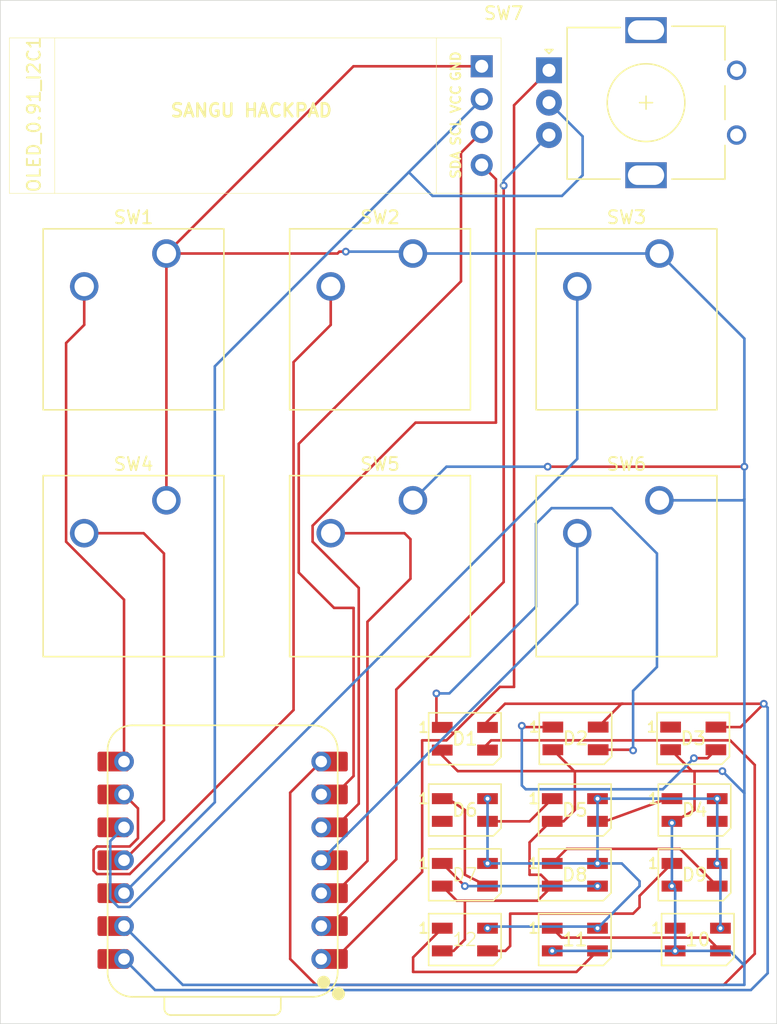
<source format=kicad_pcb>
(kicad_pcb (version 20241229) (generator "pcbnew") (generator_version "9.0")
  (layers (0 "F.Cu" signal) (2 "B.Cu" signal) (13 "F.Paste" user) (15 "B.Paste" user) (5 "F.SilkS" user "F.Silkscreen") (7 "B.SilkS" user "B.Silkscreen") (1 "F.Mask" user) (3 "B.Mask" user) (25 "Edge.Cuts" user))
  (net 0 "")
  (net 1 "Net-(D1-DOUT)")
  (net 2 "GND")
  (net 3 "Net-(D1-DIN)")
  (net 4 "+5V")
  (net 5 "Net-(D2-DOUT)")
  (net 6 "Net-(D3-DOUT)")
  (net 7 "+3.3V")
  (net 8 "Net-(OLED_0.91_I2C1-SDA)")
  (net 9 "Net-(OLED_0.91_I2C1-SCL)")
  (net 10 "Net-(U1-GPIO1{slash}RX)")
  (net 11 "Net-(U1-GPIO2{slash}SCK)")
  (net 12 "Net-(U1-GPIO4{slash}MISO)")
  (net 13 "Net-(U1-GPIO3{slash}MOSI)")
  (net 14 "Net-(U1-GPIO28{slash}ADC2{slash}A2)")
  (net 15 "Net-(U1-GPIO29{slash}ADC3{slash}A3)")
  (net 16 "Net-(U1-GPIO27{slash}ADC1{slash}A1)")
  (net 17 "Net-(U1-GPIO26{slash}ADC0{slash}A0)")
  (net 18 "Net-(D4-DOUT)")
  (net 19 "Net-(D5-DOUT)")
  (net 20 "Net-(D6-DOUT)")
  (net 21 "Net-(D7-DOUT)")
  (net 22 "Net-(D8-DOUT)")
  (net 23 "Net-(D12-DIN)")
  (net 24 "Net-(D10-DIN)")
  (net 26 "Net-(D11-DIN)")
  (footprint "LED_SMD:LED_SK6812MINI_PLCC4_3.5x3.5mm_P1.75mm" (layer "F.Cu") (at 136.5 95.5)
    (property "Reference" "11" (at 0 0 0) (layer "F.SilkS"))
    (property "Value" "SK6812MINI" (hide yes))
    (fp_line (start -2.8 -2) (end -2.8 2) (stroke (width 0.12)) (layer "F.SilkS"))
    (fp_line (start -2.8 -2) (end 2.8 -2) (stroke (width 0.12)) (layer "F.SilkS"))
    (fp_line (start -2.8 2) (end 2.2 2) (stroke (width 0.12)) (layer "F.SilkS"))
    (fp_line (start 2.8 1.4) (end 2.2 2) (stroke (width 0.12)) (layer "F.SilkS"))
    (fp_line (start 2.8 1.4) (end 2.8 -2) (stroke (width 0.12)) (layer "F.SilkS"))
    (fp_text user "1" (at -3.2 -0.875 0) (layer "F.SilkS") (effects (font (size 0.8 0.8))))
    (pad "1" smd rect (at -1.75 -0.875) (size 1.6 0.85) (layers "F.Cu" "F.Mask" "F.Paste") (net 24 "Net-(D10-DIN)"))
    (pad "2" smd rect (at -1.75 0.875) (size 1.6 0.85) (layers "F.Cu" "F.Mask" "F.Paste") (net 2 "GND"))
    (pad "3" smd rect (at 1.75 0.875) (size 1.6 0.85) (layers "F.Cu" "F.Mask" "F.Paste") (net 26 "Net-(D11-DIN)"))
    (pad "4" smd rect (at 1.75 -0.875) (size 1.6 0.85) (layers "F.Cu" "F.Mask" "F.Paste") (net 4 "+5V"))
  )
  (footprint "LED_SMD:LED_SK6812MINI_PLCC4_3.5x3.5mm_P1.75mm" (layer "F.Cu") (at 136.5 90.5)
    (property "Reference" "D8" (at 0 0 0) (layer "F.SilkS"))
    (property "Value" "SK6812MINI" (hide yes))
    (fp_line (start -2.8 -2) (end -2.8 2) (stroke (width 0.12)) (layer "F.SilkS"))
    (fp_line (start -2.8 -2) (end 2.8 -2) (stroke (width 0.12)) (layer "F.SilkS"))
    (fp_line (start -2.8 2) (end 2.2 2) (stroke (width 0.12)) (layer "F.SilkS"))
    (fp_line (start 2.8 1.4) (end 2.2 2) (stroke (width 0.12)) (layer "F.SilkS"))
    (fp_line (start 2.8 1.4) (end 2.8 -2) (stroke (width 0.12)) (layer "F.SilkS"))
    (fp_text user "1" (at -3.2 -0.875 0) (layer "F.SilkS") (effects (font (size 0.8 0.8))))
    (pad "1" smd rect (at -1.75 -0.875) (size 1.6 0.85) (layers "F.Cu" "F.Mask" "F.Paste") (net 22 "Net-(D8-DOUT)"))
    (pad "2" smd rect (at -1.75 0.875) (size 1.6 0.85) (layers "F.Cu" "F.Mask" "F.Paste") (net 2 "GND"))
    (pad "3" smd rect (at 1.75 0.875) (size 1.6 0.85) (layers "F.Cu" "F.Mask" "F.Paste") (net 21 "Net-(D7-DOUT)"))
    (pad "4" smd rect (at 1.75 -0.875) (size 1.6 0.85) (layers "F.Cu" "F.Mask" "F.Paste") (net 4 "+5V"))
  )
  (footprint "LED_SMD:LED_SK6812MINI_PLCC4_3.5x3.5mm_P1.75mm" (layer "F.Cu") (at 128 80)
    (property "Reference" "D1" (at 0 0 0) (layer "F.SilkS"))
    (property "Value" "SK6812MINI" (hide yes))
    (fp_line (start -2.8 -2) (end -2.8 2) (stroke (width 0.12)) (layer "F.SilkS"))
    (fp_line (start -2.8 -2) (end 2.8 -2) (stroke (width 0.12)) (layer "F.SilkS"))
    (fp_line (start -2.8 2) (end 2.2 2) (stroke (width 0.12)) (layer "F.SilkS"))
    (fp_line (start 2.8 1.4) (end 2.2 2) (stroke (width 0.12)) (layer "F.SilkS"))
    (fp_line (start 2.8 1.4) (end 2.8 -2) (stroke (width 0.12)) (layer "F.SilkS"))
    (fp_text user "1" (at -3.2 -0.875 0) (layer "F.SilkS") (effects (font (size 0.8 0.8))))
    (pad "1" smd rect (at -1.75 -0.875) (size 1.6 0.85) (layers "F.Cu" "F.Mask" "F.Paste") (net 1 "Net-(D1-DOUT)"))
    (pad "2" smd rect (at -1.75 0.875) (size 1.6 0.85) (layers "F.Cu" "F.Mask" "F.Paste") (net 2 "GND"))
    (pad "3" smd rect (at 1.75 0.875) (size 1.6 0.85) (layers "F.Cu" "F.Mask" "F.Paste") (net 3 "Net-(D1-DIN)"))
    (pad "4" smd rect (at 1.75 -0.875) (size 1.6 0.85) (layers "F.Cu" "F.Mask" "F.Paste") (net 4 "+5V"))
  )
  (footprint "Button_Switch_Keyboard:SW_Cherry_MX_1.00u_PCB" (layer "F.Cu") (at 123.98375 61.595)
    (property "Reference" "SW5" (at -2.54 -2.794 0) (layer "F.SilkS"))
    (property "Value" "SW_Push")
    (fp_line (start -9.525 -1.905) (end 4.445 -1.905) (stroke (width 0.12)) (layer "F.SilkS"))
    (fp_line (start -9.525 12.065) (end -9.525 -1.905) (stroke (width 0.12)) (layer "F.SilkS"))
    (fp_line (start 4.445 -1.905) (end 4.445 12.065) (stroke (width 0.12)) (layer "F.SilkS"))
    (fp_line (start 4.445 12.065) (end -9.525 12.065) (stroke (width 0.12)) (layer "F.SilkS"))
    (pad "" np_thru_hole circle (at -7.62 5.08) (size 1.7 1.7) (drill 1.7) (layers "*.Cu" "*.Mask"))
    (pad "" np_thru_hole circle (at -2.54 5.08) (size 4 4) (drill 4) (layers "*.Cu" "*.Mask"))
    (pad "" np_thru_hole circle (at 2.54 5.08) (size 1.7 1.7) (drill 1.7) (layers "*.Cu" "*.Mask"))
    (pad "1" thru_hole circle (at 0 0) (size 2.2 2.2) (drill 1.5) (layers "*.Cu" "*.Mask") (net 2 "GND"))
    (pad "2" thru_hole circle (at -6.35 2.54) (size 2.2 2.2) (drill 1.5) (layers "*.Cu" "*.Mask") (net 14 "Net-(U1-GPIO28{slash}ADC2{slash}A2)"))
  )
  (footprint "LED_SMD:LED_SK6812MINI_PLCC4_3.5x3.5mm_P1.75mm" (layer "F.Cu") (at 145.65 79.975)
    (property "Reference" "D3" (at 0 0 0) (layer "F.SilkS"))
    (property "Value" "SK6812MINI" (hide yes))
    (fp_line (start -2.8 -2) (end -2.8 2) (stroke (width 0.12)) (layer "F.SilkS"))
    (fp_line (start -2.8 -2) (end 2.8 -2) (stroke (width 0.12)) (layer "F.SilkS"))
    (fp_line (start -2.8 2) (end 2.2 2) (stroke (width 0.12)) (layer "F.SilkS"))
    (fp_line (start 2.8 1.4) (end 2.2 2) (stroke (width 0.12)) (layer "F.SilkS"))
    (fp_line (start 2.8 1.4) (end 2.8 -2) (stroke (width 0.12)) (layer "F.SilkS"))
    (fp_text user "1" (at -3.2 -0.875 0) (layer "F.SilkS") (effects (font (size 0.8 0.8))))
    (pad "1" smd rect (at -1.75 -0.875) (size 1.6 0.85) (layers "F.Cu" "F.Mask" "F.Paste") (net 6 "Net-(D3-DOUT)"))
    (pad "2" smd rect (at -1.75 0.875) (size 1.6 0.85) (layers "F.Cu" "F.Mask" "F.Paste") (net 2 "GND"))
    (pad "3" smd rect (at 1.75 0.875) (size 1.6 0.85) (layers "F.Cu" "F.Mask" "F.Paste") (net 5 "Net-(D2-DOUT)"))
    (pad "4" smd rect (at 1.75 -0.875) (size 1.6 0.85) (layers "F.Cu" "F.Mask" "F.Paste") (net 4 "+5V"))
  )
  (footprint "LED_SMD:LED_SK6812MINI_PLCC4_3.5x3.5mm_P1.75mm" (layer "F.Cu") (at 145.75 85.5)
    (property "Reference" "D4" (at 0 0 0) (layer "F.SilkS"))
    (property "Value" "SK6812MINI" (hide yes))
    (fp_line (start -2.8 -2) (end -2.8 2) (stroke (width 0.12)) (layer "F.SilkS"))
    (fp_line (start -2.8 -2) (end 2.8 -2) (stroke (width 0.12)) (layer "F.SilkS"))
    (fp_line (start -2.8 2) (end 2.2 2) (stroke (width 0.12)) (layer "F.SilkS"))
    (fp_line (start 2.8 1.4) (end 2.2 2) (stroke (width 0.12)) (layer "F.SilkS"))
    (fp_line (start 2.8 1.4) (end 2.8 -2) (stroke (width 0.12)) (layer "F.SilkS"))
    (fp_text user "1" (at -3.2 -0.875 0) (layer "F.SilkS") (effects (font (size 0.8 0.8))))
    (pad "1" smd rect (at -1.75 -0.875) (size 1.6 0.85) (layers "F.Cu" "F.Mask" "F.Paste") (net 18 "Net-(D4-DOUT)"))
    (pad "2" smd rect (at -1.75 0.875) (size 1.6 0.85) (layers "F.Cu" "F.Mask" "F.Paste") (net 2 "GND"))
    (pad "3" smd rect (at 1.75 0.875) (size 1.6 0.85) (layers "F.Cu" "F.Mask" "F.Paste") (net 6 "Net-(D3-DOUT)"))
    (pad "4" smd rect (at 1.75 -0.875) (size 1.6 0.85) (layers "F.Cu" "F.Mask" "F.Paste") (net 4 "+5V"))
  )
  (footprint "Button_Switch_Keyboard:SW_Cherry_MX_1.00u_PCB" (layer "F.Cu") (at 143.03375 61.595)
    (property "Reference" "SW6" (at -2.54 -2.794 0) (layer "F.SilkS"))
    (property "Value" "SW_Push")
    (fp_line (start -9.525 -1.905) (end 4.445 -1.905) (stroke (width 0.12)) (layer "F.SilkS"))
    (fp_line (start -9.525 12.065) (end -9.525 -1.905) (stroke (width 0.12)) (layer "F.SilkS"))
    (fp_line (start 4.445 -1.905) (end 4.445 12.065) (stroke (width 0.12)) (layer "F.SilkS"))
    (fp_line (start 4.445 12.065) (end -9.525 12.065) (stroke (width 0.12)) (layer "F.SilkS"))
    (pad "" np_thru_hole circle (at -7.62 5.08) (size 1.7 1.7) (drill 1.7) (layers "*.Cu" "*.Mask"))
    (pad "" np_thru_hole circle (at -2.54 5.08) (size 4 4) (drill 4) (layers "*.Cu" "*.Mask"))
    (pad "" np_thru_hole circle (at 2.54 5.08) (size 1.7 1.7) (drill 1.7) (layers "*.Cu" "*.Mask"))
    (pad "1" thru_hole circle (at 0 0) (size 2.2 2.2) (drill 1.5) (layers "*.Cu" "*.Mask") (net 2 "GND"))
    (pad "2" thru_hole circle (at -6.35 2.54) (size 2.2 2.2) (drill 1.5) (layers "*.Cu" "*.Mask") (net 15 "Net-(U1-GPIO29{slash}ADC3{slash}A3)"))
  )
  (footprint "Button_Switch_Keyboard:SW_Cherry_MX_1.00u_PCB" (layer "F.Cu") (at 104.93375 42.545)
    (property "Reference" "SW1" (at -2.54 -2.794 0) (layer "F.SilkS"))
    (property "Value" "SW_Push")
    (fp_line (start -9.525 -1.905) (end 4.445 -1.905) (stroke (width 0.12)) (layer "F.SilkS"))
    (fp_line (start -9.525 12.065) (end -9.525 -1.905) (stroke (width 0.12)) (layer "F.SilkS"))
    (fp_line (start 4.445 -1.905) (end 4.445 12.065) (stroke (width 0.12)) (layer "F.SilkS"))
    (fp_line (start 4.445 12.065) (end -9.525 12.065) (stroke (width 0.12)) (layer "F.SilkS"))
    (pad "" np_thru_hole circle (at -7.62 5.08) (size 1.7 1.7) (drill 1.7) (layers "*.Cu" "*.Mask"))
    (pad "" np_thru_hole circle (at -2.54 5.08) (size 4 4) (drill 4) (layers "*.Cu" "*.Mask"))
    (pad "" np_thru_hole circle (at 2.54 5.08) (size 1.7 1.7) (drill 1.7) (layers "*.Cu" "*.Mask"))
    (pad "1" thru_hole circle (at 0 0) (size 2.2 2.2) (drill 1.5) (layers "*.Cu" "*.Mask") (net 2 "GND"))
    (pad "2" thru_hole circle (at -6.35 2.54) (size 2.2 2.2) (drill 1.5) (layers "*.Cu" "*.Mask") (net 10 "Net-(U1-GPIO1{slash}RX)"))
  )
  (footprint "Rotary_Encoder:SSD1306-0.91-OLED-4pin-128x32" (layer "F.Cu") (at 92.8 25.9)
    (property "Reference" "OLED_0.91_I2C1" (at 1.9 5.91 90) (layer "F.SilkS"))
    (property "Value" "~")
    (fp_line (start 0 0) (end 0 12) (stroke (width 0.04)) (layer "F.SilkS"))
    (fp_line (start 0 12) (end 38 12) (stroke (width 0.04)) (layer "F.SilkS"))
    (fp_line (start 3.5 0) (end 3.5 12) (stroke (width 0.04)) (layer "F.SilkS"))
    (fp_line (start 33 0) (end 33 12) (stroke (width 0.04)) (layer "F.SilkS"))
    (fp_line (start 38 0) (end 0 0) (stroke (width 0.04)) (layer "F.SilkS"))
    (fp_line (start 38 12) (end 38 0) (stroke (width 0.04)) (layer "F.SilkS"))
    (fp_text user "SDA" (at 34.5 9.81 270) (layer "F.SilkS") (effects (font (size 0.75 0.75))))
    (fp_text user "GND" (at 34.5 2.19 270) (layer "F.SilkS") (effects (font (size 0.75 0.75))))
    (fp_text user "SCL" (at 34.5 7.27 270) (layer "F.SilkS") (effects (font (size 0.75 0.75))))
    (fp_text user "SANGU HACKPAD" (at 18.7 5.6 0) (layer "F.SilkS") (effects (font (thickness 0.2) (bold yes))))
    (fp_text user "VCC" (at 34.5 4.73 270) (layer "F.SilkS") (effects (font (size 0.75 0.75))))
    (pad "1" thru_hole rect (at 36.5 2.19) (size 1.7 1.7) (drill 1) (layers "*.Cu" "*.Mask") (net 2 "GND"))
    (pad "2" thru_hole oval (at 36.5 4.73) (size 1.7 1.7) (drill 1) (layers "*.Cu" "*.Mask") (net 7 "+3.3V"))
    (pad "3" thru_hole oval (at 36.5 7.27) (size 1.7 1.7) (drill 1) (layers "*.Cu" "*.Mask") (net 9 "Net-(OLED_0.91_I2C1-SCL)"))
    (pad "4" thru_hole oval (at 36.5 9.81) (size 1.7 1.7) (drill 1) (layers "*.Cu" "*.Mask") (net 8 "Net-(OLED_0.91_I2C1-SDA)"))
  )
  (footprint "LED_SMD:LED_SK6812MINI_PLCC4_3.5x3.5mm_P1.75mm" (layer "F.Cu") (at 128 95.5)
    (property "Reference" "12" (at 0 0 0) (layer "F.SilkS") (effects (font (thickness 0.1))))
    (property "Value" "SK6812MINI" (hide yes))
    (fp_line (start -2.8 -2) (end -2.8 2) (stroke (width 0.12)) (layer "F.SilkS"))
    (fp_line (start -2.8 -2) (end 2.8 -2) (stroke (width 0.12)) (layer "F.SilkS"))
    (fp_line (start -2.8 2) (end 2.2 2) (stroke (width 0.12)) (layer "F.SilkS"))
    (fp_line (start 2.8 1.4) (end 2.2 2) (stroke (width 0.12)) (layer "F.SilkS"))
    (fp_line (start 2.8 1.4) (end 2.8 -2) (stroke (width 0.12)) (layer "F.SilkS"))
    (fp_text user "1" (at -3.2 -0.875 0) (layer "F.SilkS") (effects (font (size 0.8 0.8))))
    (pad "1" smd rect (at -1.75 -0.875) (size 1.6 0.85) (layers "F.Cu" "F.Mask" "F.Paste") (net 26 "Net-(D11-DIN)"))
    (pad "2" smd rect (at -1.75 0.875) (size 1.6 0.85) (layers "F.Cu" "F.Mask" "F.Paste") (net 2 "GND"))
    (pad "3" smd rect (at 1.75 0.875) (size 1.6 0.85) (layers "F.Cu" "F.Mask" "F.Paste") (net 23 "Net-(D12-DIN)"))
    (pad "4" smd rect (at 1.75 -0.875) (size 1.6 0.85) (layers "F.Cu" "F.Mask" "F.Paste") (net 4 "+5V"))
  )
  (footprint "Button_Switch_Keyboard:SW_Cherry_MX_1.00u_PCB" (layer "F.Cu") (at 143.03375 42.545)
    (property "Reference" "SW3" (at -2.54 -2.794 0) (layer "F.SilkS"))
    (property "Value" "SW_Push")
    (fp_line (start -9.525 -1.905) (end 4.445 -1.905) (stroke (width 0.12)) (layer "F.SilkS"))
    (fp_line (start -9.525 12.065) (end -9.525 -1.905) (stroke (width 0.12)) (layer "F.SilkS"))
    (fp_line (start 4.445 -1.905) (end 4.445 12.065) (stroke (width 0.12)) (layer "F.SilkS"))
    (fp_line (start 4.445 12.065) (end -9.525 12.065) (stroke (width 0.12)) (layer "F.SilkS"))
    (pad "" np_thru_hole circle (at -7.62 5.08) (size 1.7 1.7) (drill 1.7) (layers "*.Cu" "*.Mask"))
    (pad "" np_thru_hole circle (at -2.54 5.08) (size 4 4) (drill 4) (layers "*.Cu" "*.Mask"))
    (pad "" np_thru_hole circle (at 2.54 5.08) (size 1.7 1.7) (drill 1.7) (layers "*.Cu" "*.Mask"))
    (pad "1" thru_hole circle (at 0 0) (size 2.2 2.2) (drill 1.5) (layers "*.Cu" "*.Mask") (net 2 "GND"))
    (pad "2" thru_hole circle (at -6.35 2.54) (size 2.2 2.2) (drill 1.5) (layers "*.Cu" "*.Mask") (net 12 "Net-(U1-GPIO4{slash}MISO)"))
  )
  (footprint "LED_SMD:LED_SK6812MINI_PLCC4_3.5x3.5mm_P1.75mm" (layer "F.Cu") (at 136.5 85.5)
    (property "Reference" "D5" (at 0 0 0) (layer "F.SilkS"))
    (property "Value" "SK6812MINI" (hide yes))
    (fp_line (start -2.8 -2) (end -2.8 2) (stroke (width 0.12)) (layer "F.SilkS"))
    (fp_line (start -2.8 -2) (end 2.8 -2) (stroke (width 0.12)) (layer "F.SilkS"))
    (fp_line (start -2.8 2) (end 2.2 2) (stroke (width 0.12)) (layer "F.SilkS"))
    (fp_line (start 2.8 1.4) (end 2.2 2) (stroke (width 0.12)) (layer "F.SilkS"))
    (fp_line (start 2.8 1.4) (end 2.8 -2) (stroke (width 0.12)) (layer "F.SilkS"))
    (fp_text user "1" (at -3.2 -0.875 0) (layer "F.SilkS") (effects (font (size 0.8 0.8))))
    (pad "1" smd rect (at -1.75 -0.875) (size 1.6 0.85) (layers "F.Cu" "F.Mask" "F.Paste") (net 19 "Net-(D5-DOUT)"))
    (pad "2" smd rect (at -1.75 0.875) (size 1.6 0.85) (layers "F.Cu" "F.Mask" "F.Paste") (net 2 "GND"))
    (pad "3" smd rect (at 1.75 0.875) (size 1.6 0.85) (layers "F.Cu" "F.Mask" "F.Paste") (net 18 "Net-(D4-DOUT)"))
    (pad "4" smd rect (at 1.75 -0.875) (size 1.6 0.85) (layers "F.Cu" "F.Mask" "F.Paste") (net 4 "+5V"))
  )
  (footprint "LED_SMD:LED_SK6812MINI_PLCC4_3.5x3.5mm_P1.75mm" (layer "F.Cu") (at 145.75 90.5)
    (property "Reference" "D9" (at 0 0 0) (layer "F.SilkS"))
    (property "Value" "SK6812MINI" (hide yes))
    (fp_line (start -2.8 -2) (end -2.8 2) (stroke (width 0.12)) (layer "F.SilkS"))
    (fp_line (start -2.8 -2) (end 2.8 -2) (stroke (width 0.12)) (layer "F.SilkS"))
    (fp_line (start -2.8 2) (end 2.2 2) (stroke (width 0.12)) (layer "F.SilkS"))
    (fp_line (start 2.8 1.4) (end 2.2 2) (stroke (width 0.12)) (layer "F.SilkS"))
    (fp_line (start 2.8 1.4) (end 2.8 -2) (stroke (width 0.12)) (layer "F.SilkS"))
    (fp_text user "1" (at -3.2 -0.875 0) (layer "F.SilkS") (effects (font (size 0.8 0.8))))
    (pad "1" smd rect (at -1.75 -0.875) (size 1.6 0.85) (layers "F.Cu" "F.Mask" "F.Paste") (net 23 "Net-(D12-DIN)"))
    (pad "2" smd rect (at -1.75 0.875) (size 1.6 0.85) (layers "F.Cu" "F.Mask" "F.Paste") (net 2 "GND"))
    (pad "3" smd rect (at 1.75 0.875) (size 1.6 0.85) (layers "F.Cu" "F.Mask" "F.Paste") (net 22 "Net-(D8-DOUT)"))
    (pad "4" smd rect (at 1.75 -0.875) (size 1.6 0.85) (layers "F.Cu" "F.Mask" "F.Paste") (net 4 "+5V"))
  )
  (footprint "Button_Switch_Keyboard:SW_Cherry_MX_1.00u_PCB" (layer "F.Cu") (at 104.93375 61.595)
    (property "Reference" "SW4" (at -2.54 -2.794 0) (layer "F.SilkS"))
    (property "Value" "SW_Push")
    (fp_line (start -9.525 -1.905) (end 4.445 -1.905) (stroke (width 0.12)) (layer "F.SilkS"))
    (fp_line (start -9.525 12.065) (end -9.525 -1.905) (stroke (width 0.12)) (layer "F.SilkS"))
    (fp_line (start 4.445 -1.905) (end 4.445 12.065) (stroke (width 0.12)) (layer "F.SilkS"))
    (fp_line (start 4.445 12.065) (end -9.525 12.065) (stroke (width 0.12)) (layer "F.SilkS"))
    (pad "" np_thru_hole circle (at -7.62 5.08) (size 1.7 1.7) (drill 1.7) (layers "*.Cu" "*.Mask"))
    (pad "" np_thru_hole circle (at -2.54 5.08) (size 4 4) (drill 4) (layers "*.Cu" "*.Mask"))
    (pad "" np_thru_hole circle (at 2.54 5.08) (size 1.7 1.7) (drill 1.7) (layers "*.Cu" "*.Mask"))
    (pad "1" thru_hole circle (at 0 0) (size 2.2 2.2) (drill 1.5) (layers "*.Cu" "*.Mask") (net 2 "GND"))
    (pad "2" thru_hole circle (at -6.35 2.54) (size 2.2 2.2) (drill 1.5) (layers "*.Cu" "*.Mask") (net 13 "Net-(U1-GPIO3{slash}MOSI)"))
  )
  (footprint "LED_SMD:LED_SK6812MINI_PLCC4_3.5x3.5mm_P1.75mm" (layer "F.Cu") (at 136.55 79.975)
    (property "Reference" "D2" (at 0 0 0) (layer "F.SilkS"))
    (property "Value" "SK6812MINI" (hide yes))
    (fp_line (start -2.8 -2) (end -2.8 2) (stroke (width 0.12)) (layer "F.SilkS"))
    (fp_line (start -2.8 -2) (end 2.8 -2) (stroke (width 0.12)) (layer "F.SilkS"))
    (fp_line (start -2.8 2) (end 2.2 2) (stroke (width 0.12)) (layer "F.SilkS"))
    (fp_line (start 2.8 1.4) (end 2.2 2) (stroke (width 0.12)) (layer "F.SilkS"))
    (fp_line (start 2.8 1.4) (end 2.8 -2) (stroke (width 0.12)) (layer "F.SilkS"))
    (fp_text user "1" (at -3.2 -0.875 0) (layer "F.SilkS") (effects (font (size 0.8 0.8))))
    (pad "1" smd rect (at -1.75 -0.875) (size 1.6 0.85) (layers "F.Cu" "F.Mask" "F.Paste") (net 5 "Net-(D2-DOUT)"))
    (pad "2" smd rect (at -1.75 0.875) (size 1.6 0.85) (layers "F.Cu" "F.Mask" "F.Paste") (net 2 "GND"))
    (pad "3" smd rect (at 1.75 0.875) (size 1.6 0.85) (layers "F.Cu" "F.Mask" "F.Paste") (net 1 "Net-(D1-DOUT)"))
    (pad "4" smd rect (at 1.75 -0.875) (size 1.6 0.85) (layers "F.Cu" "F.Mask" "F.Paste") (net 4 "+5V"))
  )
  (footprint "LED_SMD:LED_SK6812MINI_PLCC4_3.5x3.5mm_P1.75mm" (layer "F.Cu") (at 128 85.5)
    (property "Reference" "D6" (at 0 0 0) (layer "F.SilkS"))
    (property "Value" "SK6812MINI" (hide yes))
    (fp_line (start -2.8 -2) (end -2.8 2) (stroke (width 0.12)) (layer "F.SilkS"))
    (fp_line (start -2.8 -2) (end 2.8 -2) (stroke (width 0.12)) (layer "F.SilkS"))
    (fp_line (start -2.8 2) (end 2.2 2) (stroke (width 0.12)) (layer "F.SilkS"))
    (fp_line (start 2.8 1.4) (end 2.2 2) (stroke (width 0.12)) (layer "F.SilkS"))
    (fp_line (start 2.8 1.4) (end 2.8 -2) (stroke (width 0.12)) (layer "F.SilkS"))
    (fp_text user "1" (at -3.2 -0.875 0) (layer "F.SilkS") (effects (font (size 0.8 0.8))))
    (pad "1" smd rect (at -1.75 -0.875) (size 1.6 0.85) (layers "F.Cu" "F.Mask" "F.Paste") (net 20 "Net-(D6-DOUT)"))
    (pad "2" smd rect (at -1.75 0.875) (size 1.6 0.85) (layers "F.Cu" "F.Mask" "F.Paste") (net 2 "GND"))
    (pad "3" smd rect (at 1.75 0.875) (size 1.6 0.85) (layers "F.Cu" "F.Mask" "F.Paste") (net 19 "Net-(D5-DOUT)"))
    (pad "4" smd rect (at 1.75 -0.875) (size 1.6 0.85) (layers "F.Cu" "F.Mask" "F.Paste") (net 4 "+5V"))
  )
  (footprint "Button_Switch_Keyboard:SW_Cherry_MX_1.00u_PCB" (layer "F.Cu") (at 123.98375 42.545)
    (property "Reference" "SW2" (at -2.54 -2.794 0) (layer "F.SilkS"))
    (property "Value" "SW_Push")
    (fp_line (start -9.525 -1.905) (end 4.445 -1.905) (stroke (width 0.12)) (layer "F.SilkS"))
    (fp_line (start -9.525 12.065) (end -9.525 -1.905) (stroke (width 0.12)) (layer "F.SilkS"))
    (fp_line (start 4.445 -1.905) (end 4.445 12.065) (stroke (width 0.12)) (layer "F.SilkS"))
    (fp_line (start 4.445 12.065) (end -9.525 12.065) (stroke (width 0.12)) (layer "F.SilkS"))
    (pad "" np_thru_hole circle (at -7.62 5.08) (size 1.7 1.7) (drill 1.7) (layers "*.Cu" "*.Mask"))
    (pad "" np_thru_hole circle (at -2.54 5.08) (size 4 4) (drill 4) (layers "*.Cu" "*.Mask"))
    (pad "" np_thru_hole circle (at 2.54 5.08) (size 1.7 1.7) (drill 1.7) (layers "*.Cu" "*.Mask"))
    (pad "1" thru_hole circle (at 0 0) (size 2.2 2.2) (drill 1.5) (layers "*.Cu" "*.Mask") (net 2 "GND"))
    (pad "2" thru_hole circle (at -6.35 2.54) (size 2.2 2.2) (drill 1.5) (layers "*.Cu" "*.Mask") (net 11 "Net-(U1-GPIO2{slash}SCK)"))
  )
  (footprint "LED_SMD:LED_SK6812MINI_PLCC4_3.5x3.5mm_P1.75mm" (layer "F.Cu") (at 128 90.5)
    (property "Reference" "D7" (at 0 0 0) (layer "F.SilkS") (effects (font (thickness 0.1))))
    (property "Value" "SK6812MINI" (hide yes))
    (fp_line (start -2.8 -2) (end -2.8 2) (stroke (width 0.12)) (layer "F.SilkS"))
    (fp_line (start -2.8 -2) (end 2.8 -2) (stroke (width 0.12)) (layer "F.SilkS"))
    (fp_line (start -2.8 2) (end 2.2 2) (stroke (width 0.12)) (layer "F.SilkS"))
    (fp_line (start 2.8 1.4) (end 2.2 2) (stroke (width 0.12)) (layer "F.SilkS"))
    (fp_line (start 2.8 1.4) (end 2.8 -2) (stroke (width 0.12)) (layer "F.SilkS"))
    (fp_text user "1" (at -3.2 -0.875 0) (layer "F.SilkS") (effects (font (size 0.8 0.8))))
    (pad "1" smd rect (at -1.75 -0.875) (size 1.6 0.85) (layers "F.Cu" "F.Mask" "F.Paste") (net 21 "Net-(D7-DOUT)"))
    (pad "2" smd rect (at -1.75 0.875) (size 1.6 0.85) (layers "F.Cu" "F.Mask" "F.Paste") (net 2 "GND"))
    (pad "3" smd rect (at 1.75 0.875) (size 1.6 0.85) (layers "F.Cu" "F.Mask" "F.Paste") (net 20 "Net-(D6-DOUT)"))
    (pad "4" smd rect (at 1.75 -0.875) (size 1.6 0.85) (layers "F.Cu" "F.Mask" "F.Paste") (net 4 "+5V"))
  )
  (footprint "Rotary_Encoder:RotaryEncoder_Alps_EC11E_Vertical_H20mm" (layer "F.Cu") (at 134.5 28.4)
    (property "Reference" "SW7" (at -3.5 -4.4 0) (layer "F.SilkS"))
    (property "Value" "RotaryEncoder")
    (fp_line (start -0.3 -1.6) (end 0.3 -1.6) (stroke (width 0.12)) (layer "F.SilkS"))
    (fp_line (start 0 -1.3) (end -0.3 -1.6) (stroke (width 0.12)) (layer "F.SilkS"))
    (fp_line (start 0.3 -1.6) (end 0 -1.3) (stroke (width 0.12)) (layer "F.SilkS"))
    (fp_line (start 1.4 -3.3) (end 1.4 8.4) (stroke (width 0.12)) (layer "F.SilkS"))
    (fp_line (start 5.5 -3.3) (end 1.4 -3.3) (stroke (width 0.12)) (layer "F.SilkS"))
    (fp_line (start 5.5 8.4) (end 1.4 8.4) (stroke (width 0.12)) (layer "F.SilkS"))
    (fp_line (start 7 2.5) (end 8 2.5) (stroke (width 0.12)) (layer "F.SilkS"))
    (fp_line (start 7.5 2) (end 7.5 3) (stroke (width 0.12)) (layer "F.SilkS"))
    (fp_line (start 9.5 -3.4) (end 13.6 -3.4) (stroke (width 0.12)) (layer "F.SilkS"))
    (fp_line (start 13.6 -3.4) (end 13.6 -0.8) (stroke (width 0.12)) (layer "F.SilkS"))
    (fp_line (start 13.6 1.2) (end 13.6 3.8) (stroke (width 0.12)) (layer "F.SilkS"))
    (fp_line (start 13.6 5.8) (end 13.6 8.4) (stroke (width 0.12)) (layer "F.SilkS"))
    (fp_line (start 13.6 8.4) (end 9.5 8.4) (stroke (width 0.12)) (layer "F.SilkS"))
    (fp_circle (center 7.5 2.5) (end 10.5 2.5) (stroke (width 0.12)) (fill no) (layer "F.SilkS"))
    (pad "" thru_hole circle (at 14.5 0) (size 1.5 1.5) (drill 1) (layers "*.Cu" "*.Mask"))
    (pad "" thru_hole circle (at 14.5 5) (size 1.5 1.5) (drill 1) (layers "*.Cu" "*.Mask"))
    (pad "A" thru_hole rect (at 0 0) (size 2 2) (drill 1) (layers "*.Cu" "*.Mask") (net 17 "Net-(U1-GPIO26{slash}ADC0{slash}A0)"))
    (pad "B" thru_hole circle (at 0 5) (size 2 2) (drill 1) (layers "*.Cu" "*.Mask") (net 16 "Net-(U1-GPIO27{slash}ADC1{slash}A1)"))
    (pad "C" thru_hole circle (at 0 2.5) (size 2 2) (drill 1) (layers "*.Cu" "*.Mask") (net 7 "+3.3V"))
    (pad "MP" thru_hole rect (at 7.5 -3.1) (size 3.2 2) (drill oval 2.8 1.5) (layers "*.Cu" "*.Mask"))
    (pad "MP" thru_hole rect (at 7.5 8.1) (size 3.2 2) (drill oval 2.8 1.5) (layers "*.Cu" "*.Mask"))
  )
  (footprint "LED_SMD:LED_SK6812MINI_PLCC4_3.5x3.5mm_P1.75mm" (layer "F.Cu") (at 146 95.5)
    (property "Reference" "10" (at 0 0 0) (layer "F.SilkS"))
    (property "Value" "SK6812MINI" (hide yes))
    (fp_line (start -2.8 -2) (end -2.8 2) (stroke (width 0.12)) (layer "F.SilkS"))
    (fp_line (start -2.8 -2) (end 2.8 -2) (stroke (width 0.12)) (layer "F.SilkS"))
    (fp_line (start -2.8 2) (end 2.2 2) (stroke (width 0.12)) (layer "F.SilkS"))
    (fp_line (start 2.8 1.4) (end 2.2 2) (stroke (width 0.12)) (layer "F.SilkS"))
    (fp_line (start 2.8 1.4) (end 2.8 -2) (stroke (width 0.12)) (layer "F.SilkS"))
    (fp_text user "1" (at -3.2 -0.875 0) (layer "F.SilkS") (effects (font (size 0.8 0.8))))
    (pad "1" smd rect (at -1.75 -0.875) (size 1.6 0.85) (layers "F.Cu" "F.Mask" "F.Paste"))
    (pad "2" smd rect (at -1.75 0.875) (size 1.6 0.85) (layers "F.Cu" "F.Mask" "F.Paste") (net 2 "GND"))
    (pad "3" smd rect (at 1.75 0.875) (size 1.6 0.85) (layers "F.Cu" "F.Mask" "F.Paste") (net 24 "Net-(D10-DIN)"))
    (pad "4" smd rect (at 1.75 -0.875) (size 1.6 0.85) (layers "F.Cu" "F.Mask" "F.Paste") (net 4 "+5V"))
  )
  (footprint "OPL:XIAO-RP2040-DIP" (layer "F.Cu") (at 109.28 89.38 180)
    (property "Reference" "U1" (hide yes))
    (property "Value" "XIAO-RP2040-DIP" (hide yes))
    (fp_line (start 8.89 8.509) (end 8.89 -8.636) (stroke (width 0.127)) (layer "F.SilkS"))
    (fp_line (start 6.985 -10.541) (end -6.985 -10.541) (stroke (width 0.1)) (layer "F.SilkS"))
    (fp_line (start 6.985 -10.541) (end -6.985 -10.541) (stroke (width 0.127)) (layer "F.SilkS"))
    (fp_line (start 4.504 -11.451) (end 4.504 -10.541) (stroke (width 0.127)) (layer "F.SilkS"))
    (fp_line (start -3.991272 -11.951) (end 4.004 -11.951) (stroke (width 0.127)) (layer "F.SilkS"))
    (fp_line (start -4.495 -10.541) (end -4.491272 -11.451272) (stroke (width 0.127)) (layer "F.SilkS"))
    (fp_line (start -6.985 10.414) (end 6.985 10.414) (stroke (width 0.127)) (layer "F.SilkS"))
    (fp_line (start -8.89 8.509) (end -8.89 -8.636) (stroke (width 0.127)) (layer "F.SilkS"))
    (fp_arc (start 8.89 8.509) (mid 8.332038 9.856038) (end 6.985 10.414) (stroke (width 0.127)) (layer "F.SilkS"))
    (fp_arc (start 6.985 -10.541) (mid 8.332038 -9.983038) (end 8.89 -8.636) (stroke (width 0.127)) (layer "F.SilkS"))
    (fp_arc (start 4.004 -11.951) (mid 4.357553 -11.804553) (end 4.504 -11.451) (stroke (width 0.127)) (layer "F.SilkS"))
    (fp_arc (start -4.491272 -11.451272) (mid -4.344728 -11.80464) (end -3.991272 -11.951) (stroke (width 0.127)) (layer "F.SilkS"))
    (fp_arc (start -6.985 10.414) (mid -8.332038 9.856038) (end -8.89 8.509) (stroke (width 0.127)) (layer "F.SilkS"))
    (fp_arc (start -8.89 -8.636) (mid -8.332038 -9.983038) (end -6.985 -10.541) (stroke (width 0.127)) (layer "F.SilkS"))
    (fp_circle (center -7.807 -9.42) (end -7.807 -9.674) (stroke (width 0.5)) (fill yes) (layer "F.SilkS"))
    (fp_circle (center -8.95 -10.3) (end -8.95 -10.554) (stroke (width 0.5)) (fill yes) (layer "F.SilkS"))
    (pad "1" smd roundrect (at -8.455 -7.62) (size 2.432 1.524) (layers "F.Cu" "F.Mask") (roundrect_rratio 0.1) (net 17 "Net-(U1-GPIO26{slash}ADC0{slash}A0)"))
    (pad "1" thru_hole circle (at -7.62 -7.62) (size 1.524 1.524) (drill 0.889) (layers "*.Cu" "*.Mask") (net 17 "Net-(U1-GPIO26{slash}ADC0{slash}A0)"))
    (pad "2" smd roundrect (at -8.455 -5.08) (size 2.432 1.524) (layers "F.Cu" "F.Mask") (roundrect_rratio 0.1) (net 16 "Net-(U1-GPIO27{slash}ADC1{slash}A1)"))
    (pad "2" thru_hole circle (at -7.62 -5.08) (size 1.524 1.524) (drill 0.889) (layers "*.Cu" "*.Mask") (net 16 "Net-(U1-GPIO27{slash}ADC1{slash}A1)"))
    (pad "3" smd roundrect (at -8.455 -2.54) (size 2.432 1.524) (layers "F.Cu" "F.Mask") (roundrect_rratio 0.1) (net 14 "Net-(U1-GPIO28{slash}ADC2{slash}A2)"))
    (pad "3" thru_hole circle (at -7.62 -2.54) (size 1.524 1.524) (drill 0.889) (layers "*.Cu" "*.Mask") (net 14 "Net-(U1-GPIO28{slash}ADC2{slash}A2)"))
    (pad "4" smd roundrect (at -8.455 0) (size 2.432 1.524) (layers "F.Cu" "F.Mask") (roundrect_rratio 0.1) (net 15 "Net-(U1-GPIO29{slash}ADC3{slash}A3)"))
    (pad "4" thru_hole circle (at -7.62 0) (size 1.524 1.524) (drill 0.889) (layers "*.Cu" "*.Mask") (net 15 "Net-(U1-GPIO29{slash}ADC3{slash}A3)"))
    (pad "5" smd roundrect (at -8.455 2.54) (size 2.432 1.524) (layers "F.Cu" "F.Mask") (roundrect_rratio 0.1) (net 8 "Net-(OLED_0.91_I2C1-SDA)"))
    (pad "5" thru_hole circle (at -7.62 2.54) (size 1.524 1.524) (drill 0.889) (layers "*.Cu" "*.Mask") (net 8 "Net-(OLED_0.91_I2C1-SDA)"))
    (pad "6" smd roundrect (at -8.455 5.08) (size 2.432 1.524) (layers "F.Cu" "F.Mask") (roundrect_rratio 0.1) (net 9 "Net-(OLED_0.91_I2C1-SCL)"))
    (pad "6" thru_hole circle (at -7.62 5.08) (size 1.524 1.524) (drill 0.889) (layers "*.Cu" "*.Mask") (net 9 "Net-(OLED_0.91_I2C1-SCL)"))
    (pad "7" smd roundrect (at -8.455 7.62) (size 2.432 1.524) (layers "F.Cu" "F.Mask") (roundrect_rratio 0.1) (net 3 "Net-(D1-DIN)"))
    (pad "7" thru_hole circle (at -7.62 7.62) (size 1.524 1.524) (drill 0.889) (layers "*.Cu" "*.Mask") (net 3 "Net-(D1-DIN)"))
    (pad "8" thru_hole circle (at 7.62 7.62 180) (size 1.524 1.524) (drill 0.889) (layers "*.Cu" "*.Mask") (net 10 "Net-(U1-GPIO1{slash}RX)"))
    (pad "8" smd roundrect (at 8.455 7.62 180) (size 2.432 1.524) (layers "F.Cu" "F.Mask") (roundrect_rratio 0.1) (net 10 "Net-(U1-GPIO1{slash}RX)"))
    (pad "9" thru_hole circle (at 7.62 5.08 180) (size 1.524 1.524) (drill 0.889) (layers "*.Cu" "*.Mask") (net 11 "Net-(U1-GPIO2{slash}SCK)"))
    (pad "9" smd roundrect (at 8.455 5.08 180) (size 2.432 1.524) (layers "F.Cu" "F.Mask") (roundrect_rratio 0.1) (net 11 "Net-(U1-GPIO2{slash}SCK)"))
    (pad "10" thru_hole circle (at 7.62 2.54 180) (size 1.524 1.524) (drill 0.889) (layers "*.Cu" "*.Mask") (net 12 "Net-(U1-GPIO4{slash}MISO)"))
    (pad "10" smd roundrect (at 8.455 2.54 180) (size 2.432 1.524) (layers "F.Cu" "F.Mask") (roundrect_rratio 0.1) (net 12 "Net-(U1-GPIO4{slash}MISO)"))
    (pad "11" thru_hole circle (at 7.62 0 180) (size 1.524 1.524) (drill 0.889) (layers "*.Cu" "*.Mask") (net 13 "Net-(U1-GPIO3{slash}MOSI)"))
    (pad "11" smd roundrect (at 8.455 0 180) (size 2.432 1.524) (layers "F.Cu" "F.Mask") (roundrect_rratio 0.1) (net 13 "Net-(U1-GPIO3{slash}MOSI)"))
    (pad "12" thru_hole circle (at 7.62 -2.54 180) (size 1.524 1.524) (drill 0.889) (layers "*.Cu" "*.Mask") (net 7 "+3.3V"))
    (pad "12" smd roundrect (at 8.455 -2.54 180) (size 2.432 1.524) (layers "F.Cu" "F.Mask") (roundrect_rratio 0.1) (net 7 "+3.3V"))
    (pad "13" thru_hole circle (at 7.62 -5.08 180) (size 1.524 1.524) (drill 0.889) (layers "*.Cu" "*.Mask") (net 2 "GND"))
    (pad "13" smd roundrect (at 8.455 -5.08 180) (size 2.432 1.524) (layers "F.Cu" "F.Mask") (roundrect_rratio 0.1) (net 2 "GND"))
    (pad "14" thru_hole circle (at 7.62 -7.62 180) (size 1.524 1.524) (drill 0.889) (layers "*.Cu" "*.Mask") (net 4 "+5V"))
    (pad "14" smd roundrect (at 8.455 -7.62 180) (size 2.432 1.524) (layers "F.Cu" "F.Mask") (roundrect_rratio 0.1) (net 4 "+5V"))
  )
  (gr_line (start 128 90.5) (end 130 91.5) (stroke (width 0.2)) (layer "F.Cu") (net 20))
  (gr_line (start 144 86.5) (end 145.75 85.5) (stroke (width 0.2)) (layer "F.Cu") (net 2))
  (gr_line (start 128 85.5) (end 128 90.5) (stroke (width 0.2)) (layer "F.Cu") (net 20))
  (gr_line (start 145.75 85.5) (end 145.75 82.5) (stroke (width 0.2)) (layer "F.Cu") (net 2))
  (gr_line (start 126.5 84.5) (end 128 85.5) (stroke (width 0.2)) (layer "F.Cu") (net 20))
  (gr_line (start 138.5 86.5) (end 144 84.5) (stroke (width 0.2)) (layer "F.Cu") (net 18))
  (gr_line (start 130 94.5) (end 138 94.5) (stroke (width 0.2)) (layer "B.Cu") (net 4))
  (gr_rect (start 92.1 23) (end 152.1 102) (stroke (width 0.05)) (fill no) (layer "Edge.Cuts"))
  (segment (start 140.95 80.85) (end 141 80.9) (width 0.2) (layer "F.Cu") (net 1))
  (segment (start 125.8 76.5) (end 125.8 79.1) (width 0.2) (layer "F.Cu") (net 1))
  (segment (start 138.3 80.85) (end 140.95 80.85) (width 0.2) (layer "F.Cu") (net 1))
  (via (at 141 80.9) (size 0.6) (drill 0.3) (layers "F.Cu" "B.Cu") (net 1))
  (via (at 125.8 76.5) (size 0.6) (drill 0.3) (layers "F.Cu" "B.Cu") (net 1))
  (segment (start 141 76.3) (end 142.84475 74.45525) (width 0.2) (layer "B.Cu") (net 1))
  (segment (start 133.5 63.4) (end 133.5 69.8) (width 0.2) (layer "B.Cu") (net 1))
  (segment (start 126.8 76.5) (end 125.8 76.5) (width 0.2) (layer "B.Cu") (net 1))
  (segment (start 139.343566 62.2) (end 134.7 62.2) (width 0.2) (layer "B.Cu") (net 1))
  (segment (start 133.5 69.8) (end 126.8 76.5) (width 0.2) (layer "B.Cu") (net 1))
  (segment (start 141 80.9) (end 141 76.3) (width 0.2) (layer "B.Cu") (net 1))
  (segment (start 142.84475 65.701184) (end 139.343566 62.2) (width 0.2) (layer "B.Cu") (net 1))
  (segment (start 134.7 62.2) (end 133.5 63.4) (width 0.2) (layer "B.Cu") (net 1))
  (segment (start 142.84475 74.45525) (end 142.84475 65.701184) (width 0.2) (layer "B.Cu") (net 1))
  (segment (start 118.3 42.4) (end 118.155 42.545) (width 0.2) (layer "F.Cu") (net 2))
  (segment (start 133 90.5) (end 133.875 90.5) (width 0.2) (layer "F.Cu") (net 2))
  (segment (start 104.93375 42.545) (end 104.93375 61.595) (width 0.2) (layer "F.Cu") (net 2))
  (segment (start 104.93375 42.545) (end 119.38875 28.09) (width 0.2) (layer "F.Cu") (net 2))
  (segment (start 134.75 86.375) (end 134.625 86.375) (width 0.2) (layer "F.Cu") (net 2))
  (segment (start 145.55 82.5) (end 143.9 80.85) (width 0.2) (layer "F.Cu") (net 2))
  (segment (start 118.155 42.545) (end 104.93375 42.545) (width 0.2) (layer "F.Cu") (net 2))
  (segment (start 128 95.5) (end 128 92.5) (width 0.2) (layer "F.Cu") (net 2))
  (segment (start 128 92.5) (end 127.375 92.5) (width 0.2) (layer "F.Cu") (net 2))
  (segment (start 119.38875 28.09) (end 129.3 28.09) (width 0.2) (layer "F.Cu") (net 2))
  (segment (start 145.55 82.5) (end 136.45 82.5) (width 0.2) (layer "F.Cu") (net 2))
  (segment (start 133 88) (end 133 90.5) (width 0.2) (layer "F.Cu") (net 2))
  (segment (start 136.45 82.5) (end 127.45 82.5) (width 0.2) (layer "F.Cu") (net 2))
  (segment (start 136.5 85.5) (end 136.5 82.55) (width 0.2) (layer "F.Cu") (net 2))
  (segment (start 134.4 59) (end 149.6 59) (width 0.2) (layer "F.Cu") (net 2))
  (segment (start 127.375 92.5) (end 126.25 91.375) (width 0.2) (layer "F.Cu") (net 2))
  (segment (start 134.75 86.375) (end 135.625 86.375) (width 0.2) (layer "F.Cu") (net 2))
  (segment (start 135.625 86.375) (end 136.5 85.5) (width 0.2) (layer "F.Cu") (net 2))
  (segment (start 147.9 82.5) (end 145.55 82.5) (width 0.2) (layer "F.Cu") (net 2))
  (segment (start 128 92.5) (end 133.625 92.5) (width 0.2) (layer "F.Cu") (net 2))
  (segment (start 133.625 92.5) (end 134.75 91.375) (width 0.2) (layer "F.Cu") (net 2))
  (segment (start 136.5 82.55) (end 136.45 82.5) (width 0.2) (layer "F.Cu") (net 2))
  (segment (start 133.875 90.5) (end 134.75 91.375) (width 0.2) (layer "F.Cu") (net 2))
  (segment (start 127.45 82.5) (end 125.8 80.85) (width 0.2) (layer "F.Cu") (net 2))
  (segment (start 134.625 86.375) (end 133 88) (width 0.2) (layer "F.Cu") (net 2))
  (segment (start 136.45 82.5) (end 134.8 80.85) (width 0.2) (layer "F.Cu") (net 2))
  (segment (start 127.125 96.375) (end 128 95.5) (width 0.2) (layer "F.Cu") (net 2))
  (segment (start 118.8 42.4) (end 118.3 42.4) (width 0.2) (layer "F.Cu") (net 2))
  (segment (start 126.25 96.375) (end 127.125 96.375) (width 0.2) (layer "F.Cu") (net 2))
  (via (at 134.4 59) (size 0.6) (drill 0.3) (layers "F.Cu" "B.Cu") (net 2))
  (via (at 118.8 42.4) (size 0.6) (drill 0.3) (layers "F.Cu" "B.Cu") (net 2))
  (via (at 147.9 82.5) (size 0.6) (drill 0.3) (layers "F.Cu" "B.Cu") (net 2))
  (via (at 144 91.375) (size 0.6) (drill 0.3) (layers "F.Cu" "B.Cu") (net 2))
  (via (at 144.25 96.375) (size 0.6) (drill 0.3) (layers "F.Cu" "B.Cu") (net 2))
  (via (at 144 86.5) (size 0.6) (drill 0.3) (layers "F.Cu" "B.Cu") (net 2))
  (via (at 134.75 96.375) (size 0.6) (drill 0.3) (layers "F.Cu" "B.Cu") (net 2))
  (via (at 149.6 59) (size 0.6) (drill 0.3) (layers "F.Cu" "B.Cu") (net 2))
  (segment (start 144.25 91.625) (end 144 91.375) (width 0.2) (layer "B.Cu") (net 2))
  (segment (start 149.6 59) (end 149.6 49.11125) (width 0.2) (layer "B.Cu") (net 2))
  (segment (start 134.75 96.375) (end 144.25 96.375) (width 0.2) (layer "B.Cu") (net 2))
  (segment (start 123.98375 61.595) (end 126.57875 59) (width 0.2) (layer "B.Cu") (net 2))
  (segment (start 123.98375 42.545) (end 123.83875 42.4) (width 0.2) (layer "B.Cu") (net 2))
  (segment (start 143.03375 42.545) (end 123.98375 42.545) (width 0.2) (layer "B.Cu") (net 2))
  (segment (start 149.6 97.5) (end 149.6 84.2) (width 0.2) (layer "B.Cu") (net 2))
  (segment (start 144.25 96.375) (end 144.25 91.625) (width 0.2) (layer "B.Cu") (net 2))
  (segment (start 149.6 84.2) (end 147.9 82.5) (width 0.2) (layer "B.Cu") (net 2))
  (segment (start 144.25 96.375) (end 148.475 96.375) (width 0.2) (layer "B.Cu") (net 2))
  (segment (start 148.475 96.375) (end 149.6 97.5) (width 0.2) (layer "B.Cu") (net 2))
  (segment (start 126.57875 59) (end 134.4 59) (width 0.2) (layer "B.Cu") (net 2))
  (segment (start 101.66 94.46) (end 106.2 99) (width 0.2) (layer "B.Cu") (net 2))
  (segment (start 149.505 61.595) (end 149.6 61.5) (width 0.2) (layer "B.Cu") (net 2))
  (segment (start 134.75 96.375) (end 134.875 96.375) (width 0.2) (layer "B.Cu") (net 2))
  (segment (start 123.83875 42.4) (end 118.8 42.4) (width 0.2) (layer "B.Cu") (net 2))
  (segment (start 134.875 96.375) (end 135 96.5) (width 0.2) (layer "B.Cu") (net 2))
  (segment (start 144 91.375) (end 144 86.5) (width 0.2) (layer "B.Cu") (net 2))
  (segment (start 106.2 99) (end 149.6 99) (width 0.2) (layer "B.Cu") (net 2))
  (segment (start 149.6 61.5) (end 149.6 59) (width 0.2) (layer "B.Cu") (net 2))
  (segment (start 149.6 84.2) (end 149.6 61.5) (width 0.2) (layer "B.Cu") (net 2))
  (segment (start 143.03375 61.595) (end 149.505 61.595) (width 0.2) (layer "B.Cu") (net 2))
  (segment (start 149.6 49.11125) (end 143.03375 42.545) (width 0.2) (layer "B.Cu") (net 2))
  (segment (start 149.6 99) (end 149.6 97.5) (width 0.2) (layer "B.Cu") (net 2))
  (segment (start 114.5 97) (end 116.5 99) (width 0.2) (layer "F.Cu") (net 3))
  (segment (start 114.5 84.16) (end 114.5 97) (width 0.2) (layer "F.Cu") (net 3))
  (segment (start 148.501 80.124) (end 130.026 80.124) (width 0.2) (layer "F.Cu") (net 3))
  (segment (start 150.4 82.023) (end 148.501 80.124) (width 0.2) (layer "F.Cu") (net 3))
  (segment (start 130.026 80.124) (end 129.3 80.85) (width 0.2) (layer "F.Cu") (net 3))
  (segment (start 148 99) (end 150.4 96.6) (width 0.2) (layer "F.Cu") (net 3))
  (segment (start 150.4 96.6) (end 150.4 82.023) (width 0.2) (layer "F.Cu") (net 3))
  (segment (start 116.9 81.76) (end 114.5 84.16) (width 0.2) (layer "F.Cu") (net 3))
  (segment (start 116.5 99) (end 148 99) (width 0.2) (layer "F.Cu") (net 3))
  (segment (start 149.3 79.1) (end 147.4 79.1) (width 0.2) (layer "F.Cu") (net 4))
  (segment (start 140.1 77.3) (end 138.3 79.1) (width 0.2) (layer "F.Cu") (net 4))
  (segment (start 151.1 77.3) (end 140.2 77.3) (width 0.2) (layer "F.Cu") (net 4))
  (segment (start 131.1 77.3) (end 129.3 79.1) (width 0.2) (layer "F.Cu") (net 4))
  (segment (start 151.1 77.3) (end 149.3 79.1) (width 0.2) (layer "F.Cu") (net 4))
  (segment (start 140.2 77.3) (end 131.1 77.3) (width 0.2) (layer "F.Cu") (net 4))
  (segment (start 140.2 77.3) (end 140.1 77.3) (width 0.2) (layer "F.Cu") (net 4))
  (via (at 129.75 94.625) (size 0.6) (drill 0.3) (layers "F.Cu" "B.Cu") (net 4))
  (via (at 147.75 94.625) (size 0.6) (drill 0.3) (layers "F.Cu" "B.Cu") (net 4))
  (via (at 138.25 84.625) (size 0.6) (drill 0.3) (layers "F.Cu" "B.Cu") (net 4))
  (via (at 147.5 89.625) (size 0.6) (drill 0.3) (layers "F.Cu" "B.Cu") (net 4))
  (via (at 129.75 89.625) (size 0.6) (drill 0.3) (layers "F.Cu" "B.Cu") (net 4))
  (via (at 147.5 84.625) (size 0.6) (drill 0.3) (layers "F.Cu" "B.Cu") (net 4))
  (via (at 138.25 89.625) (size 0.6) (drill 0.3) (layers "F.Cu" "B.Cu") (net 4))
  (via (at 151.1 77.3) (size 0.6) (drill 0.3) (layers "F.Cu" "B.Cu") (net 4))
  (via (at 129.75 84.625) (size 0.6) (drill 0.3) (layers "F.Cu" "B.Cu") (net 4))
  (via (at 138.25 94.625) (size 0.6) (drill 0.3) (layers "F.Cu" "B.Cu") (net 4))
  (segment (start 151.4 98.1) (end 151.4 77.6) (width 0.2) (layer "B.Cu") (net 4))
  (segment (start 141.5 91.375) (end 138.25 94.625) (width 0.2) (layer "B.Cu") (net 4))
  (segment (start 150.1 99.4) (end 151.4 98.1) (width 0.2) (layer "B.Cu") (net 4))
  (segment (start 147.5 84.625) (end 147.5 89.625) (width 0.2) (layer "B.Cu") (net 4))
  (segment (start 147.75 94.625) (end 147.75 89.875) (width 0.2) (layer "B.Cu") (net 4))
  (segment (start 129.75 89.625) (end 138.25 89.625) (width 0.2) (layer "B.Cu") (net 4))
  (segment (start 138.25 84.625) (end 147.5 84.625) (width 0.2) (layer "B.Cu") (net 4))
  (segment (start 101.66 97) (end 104.06 99.4) (width 0.2) (layer "B.Cu") (net 4))
  (segment (start 129.75 89.625) (end 129.625 89.625) (width 0.2) (layer "B.Cu") (net 4))
  (segment (start 129.625 89.625) (end 129.5 89.5) (width 0.2) (layer "B.Cu") (net 4))
  (segment (start 129.75 84.625) (end 129.75 89.625) (width 0.2) (layer "B.Cu") (net 4))
  (segment (start 104.06 99.4) (end 150.1 99.4) (width 0.2) (layer "B.Cu") (net 4))
  (segment (start 147.75 89.875) (end 147.5 89.625) (width 0.2) (layer "B.Cu") (net 4))
  (segment (start 138.25 89.625) (end 138.25 84.625) (width 0.2) (layer "B.Cu") (net 4))
  (segment (start 138.25 89.625) (end 140.125 89.625) (width 0.2) (layer "B.Cu") (net 4))
  (segment (start 151.4 77.6) (end 151.1 77.3) (width 0.2) (layer "B.Cu") (net 4))
  (segment (start 140.125 89.625) (end 141.5 91) (width 0.2) (layer "B.Cu") (net 4))
  (segment (start 141.5 91) (end 141.5 91.375) (width 0.2) (layer "B.Cu") (net 4))
  (segment (start 146.75 81.5) (end 147.4 80.85) (width 0.2) (layer "F.Cu") (net 5))
  (segment (start 134.8 79.1) (end 132.5 79.1) (width 0.2) (layer "F.Cu") (net 5))
  (segment (start 132.5 79.1) (end 132.4 79) (width 0.2) (layer "F.Cu") (net 5))
  (segment (start 145.7 81.5) (end 146.75 81.5) (width 0.2) (layer "F.Cu") (net 5))
  (via (at 132.4 79) (size 0.6) (drill 0.3) (layers "F.Cu" "B.Cu") (net 5))
  (via (at 145.7 81.5) (size 0.6) (drill 0.3) (layers "F.Cu" "B.Cu") (net 5))
  (segment (start 143.3 83.9) (end 145.7 81.5) (width 0.2) (layer "B.Cu") (net 5))
  (segment (start 132.4 83.6) (end 132.7 83.9) (width 0.2) (layer "B.Cu") (net 5))
  (segment (start 132.4 79) (end 132.4 83.6) (width 0.2) (layer "B.Cu") (net 5))
  (segment (start 132.7 83.9) (end 143.3 83.9) (width 0.2) (layer "B.Cu") (net 5))
  (segment (start 137.1 36.5) (end 137.1 33.5) (width 0.2) (layer "B.Cu") (net 7))
  (segment (start 135.5 38.1) (end 137.1 36.5) (width 0.2) (layer "B.Cu") (net 7))
  (segment (start 137.1 33.5) (end 134.5 30.9) (width 0.2) (layer "B.Cu") (net 7))
  (segment (start 101.66 91.92) (end 108.67475 84.90525) (width 0.2) (layer "B.Cu") (net 7))
  (segment (start 108.67475 51.25525) (end 123.665 36.265) (width 0.2) (layer "B.Cu") (net 7))
  (segment (start 108.67475 84.90525) (end 108.67475 51.25525) (width 0.2) (layer "B.Cu") (net 7))
  (segment (start 123.665 36.265) (end 129.3 30.63) (width 0.2) (layer "B.Cu") (net 7))
  (segment (start 125.5 38.1) (end 135.5 38.1) (width 0.2) (layer "B.Cu") (net 7))
  (segment (start 123.665 36.265) (end 125.5 38.1) (width 0.2) (layer "B.Cu") (net 7))
  (segment (start 116.23275 63.554686) (end 124.187436 55.6) (width 0.2) (layer "F.Cu") (net 8))
  (segment (start 117.97763 86.84) (end 119.8 85.01763) (width 0.2) (layer "F.Cu") (net 8))
  (segment (start 124.187436 55.6) (end 130.4 55.6) (width 0.2) (layer "F.Cu") (net 8))
  (segment (start 119.8 85.01763) (end 119.8 68.356066) (width 0.2) (layer "F.Cu") (net 8))
  (segment (start 130.4 55.6) (end 130.4 36.81) (width 0.2) (layer "F.Cu") (net 8))
  (segment (start 130.4 36.81) (end 129.3 35.71) (width 0.2) (layer "F.Cu") (net 8))
  (segment (start 116.9 86.84) (end 117.97763 86.84) (width 0.2) (layer "F.Cu") (net 8))
  (segment (start 116.23275 64.788816) (end 116.23275 63.554686) (width 0.2) (layer "F.Cu") (net 8))
  (segment (start 119.8 68.356066) (end 116.23275 64.788816) (width 0.2) (layer "F.Cu") (net 8))
  (segment (start 117.89028 69.9) (end 115.16275 67.17247) (width 0.2) (layer "F.Cu") (net 9))
  (segment (start 127.7 34.77) (end 129.3 33.17) (width 0.2) (layer "F.Cu") (net 9))
  (segment (start 127.7 44.693566) (end 127.7 34.77) (width 0.2) (layer "F.Cu") (net 9))
  (segment (start 116.9 84.3) (end 117.97763 84.3) (width 0.2) (layer "F.Cu") (net 9))
  (segment (start 115.16275 57.230816) (end 127.7 44.693566) (width 0.2) (layer "F.Cu") (net 9))
  (segment (start 117.97763 84.3) (end 119.4 82.87763) (width 0.2) (layer "F.Cu") (net 9))
  (segment (start 119.4 82.87763) (end 119.4 69.9) (width 0.2) (layer "F.Cu") (net 9))
  (segment (start 119.4 69.9) (end 117.89028 69.9) (width 0.2) (layer "F.Cu") (net 9))
  (segment (start 115.16275 67.17247) (end 115.16275 57.230816) (width 0.2) (layer "F.Cu") (net 9))
  (segment (start 97.18275 49.45447) (end 98.58375 48.05347) (width 0.2) (layer "F.Cu") (net 10))
  (segment (start 97.18275 64.788816) (end 97.18275 49.45447) (width 0.2) (layer "F.Cu") (net 10))
  (segment (start 101.66 81.76) (end 101.66 69.266066) (width 0.2) (layer "F.Cu") (net 10))
  (segment (start 98.58375 48.05347) (end 98.58375 45.085) (width 0.2) (layer "F.Cu") (net 10))
  (segment (start 101.66 69.266066) (end 97.18275 64.788816) (width 0.2) (layer "F.Cu") (net 10))
  (segment (start 99.569374 90.443) (end 102.10031 90.443) (width 0.2) (layer "F.Cu") (net 11))
  (segment (start 114.76175 50.92547) (end 117.63375 48.05347) (width 0.2) (layer "F.Cu") (net 11))
  (segment (start 102.10031 90.443) (end 114.76175 77.78156) (width 0.2) (layer "F.Cu") (net 11))
  (segment (start 99.308 88.578374) (end 99.308 90.181626) (width 0.2) (layer "F.Cu") (net 11))
  (segment (start 102.10031 88.317) (end 99.569374 88.317) (width 0.2) (layer "F.Cu") (net 11))
  (segment (start 117.63375 48.05347) (end 117.63375 45.085) (width 0.2) (layer "F.Cu") (net 11))
  (segment (start 99.569374 88.317) (end 99.308 88.578374) (width 0.2) (layer "F.Cu") (net 11))
  (segment (start 114.76175 77.78156) (end 114.76175 50.92547) (width 0.2) (layer "F.Cu") (net 11))
  (segment (start 99.308 90.181626) (end 99.569374 90.443) (width 0.2) (layer "F.Cu") (net 11))
  (segment (start 102.73763 87.67968) (end 102.10031 88.317) (width 0.2) (layer "F.Cu") (net 11))
  (segment (start 102.73763 85.37763) (end 102.73763 87.67968) (width 0.2) (layer "F.Cu") (net 11))
  (segment (start 101.66 84.3) (end 102.73763 85.37763) (width 0.2) (layer "F.Cu") (net 11))
  (segment (start 101.21969 92.983) (end 102.10031 92.983) (width 0.2) (layer "B.Cu") (net 12))
  (segment (start 102.10031 92.983) (end 136.68375 58.39956) (width 0.2) (layer "B.Cu") (net 12))
  (segment (start 100.597 92.36031) (end 101.21969 92.983) (width 0.2) (layer "B.Cu") (net 12))
  (segment (start 136.68375 58.39956) (end 136.68375 45.085) (width 0.2) (layer "B.Cu") (net 12))
  (segment (start 100.597 87.903) (end 100.597 92.36031) (width 0.2) (layer "B.Cu") (net 12))
  (segment (start 101.66 86.84) (end 100.597 87.903) (width 0.2) (layer "B.Cu") (net 12))
  (segment (start 104.74475 86.29525) (end 104.74475 65.701184) (width 0.2) (layer "F.Cu") (net 13))
  (segment (start 104.74475 65.701184) (end 103.178566 64.135) (width 0.2) (layer "F.Cu") (net 13))
  (segment (start 101.66 89.38) (end 104.74475 86.29525) (width 0.2) (layer "F.Cu") (net 13))
  (segment (start 103.178566 64.135) (end 98.58375 64.135) (width 0.2) (layer "F.Cu") (net 13))
  (segment (start 123.79475 64.59475) (end 123.335 64.135) (width 0.2) (layer "F.Cu") (net 14))
  (segment (start 116.9 91.92) (end 117.97763 91.92) (width 0.2) (layer "F.Cu") (net 14))
  (segment (start 120.469934 70.973632) (end 123.79475 67.648816) (width 0.2) (layer "F.Cu") (net 14))
  (segment (start 117.97763 91.92) (end 120.469934 89.427696) (width 0.2) (layer "F.Cu") (net 14))
  (segment (start 123.79475 67.648816) (end 123.79475 64.59475) (width 0.2) (layer "F.Cu") (net 14))
  (segment (start 123.335 64.135) (end 117.63375 64.135) (width 0.2) (layer "F.Cu") (net 14))
  (segment (start 120.469934 89.427696) (end 120.469934 70.973632) (width 0.2) (layer "F.Cu") (net 14))
  (segment (start 136.68375 69.59625) (end 136.68375 64.135) (width 0.2) (layer "B.Cu") (net 15))
  (segment (start 116.9 89.38) (end 136.68375 69.59625) (width 0.2) (layer "B.Cu") (net 15))
  (segment (start 122.7 76.2) (end 131 67.9) (width 0.2) (layer "F.Cu") (net 16))
  (segment (start 117.54 94.46) (end 122.7 89.3) (width 0.2) (layer "F.Cu") (net 16))
  (segment (start 131 67.9) (end 131 37.3) (width 0.2) (layer "F.Cu") (net 16))
  (segment (start 116.9 94.46) (end 117.54 94.46) (width 0.2) (layer "F.Cu") (net 16))
  (segment (start 122.7 89.3) (end 122.7 76.2) (width 0.2) (layer "F.Cu") (net 16))
  (via (at 131 37.3) (size 0.6) (drill 0.3) (layers "F.Cu" "B.Cu") (net 16))
  (segment (start 131 36.9) (end 134.5 33.4) (width 0.2) (layer "B.Cu") (net 16))
  (segment (start 131 37.3) (end 131 36.9) (width 0.2) (layer "B.Cu") (net 16))
  (segment (start 131.8 76) (end 131.8 31.1) (width 0.2) (layer "F.Cu") (net 17))
  (segment (start 130.7 76) (end 131.8 76) (width 0.2) (layer "F.Cu") (net 17))
  (segment (start 124.699 90.27863) (end 124.699 80.124) (width 0.2) (layer "F.Cu") (net 17))
  (segment (start 126.576 80.124) (end 130.7 76) (width 0.2) (layer "F.Cu") (net 17))
  (segment (start 116.9 97) (end 117.97763 97) (width 0.2) (layer "F.Cu") (net 17))
  (segment (start 131.8 31.1) (end 134.5 28.4) (width 0.2) (layer "F.Cu") (net 17))
  (segment (start 117.97763 97) (end 124.699 90.27863) (width 0.2) (layer "F.Cu") (net 17))
  (segment (start 124.699 80.124) (end 126.576 80.124) (width 0.2) (layer "F.Cu") (net 17))
  (segment (start 129.75 86.375) (end 133 86.375) (width 0.2) (layer "F.Cu") (net 19))
  (segment (start 133 86.375) (end 134.75 84.625) (width 0.2) (layer "F.Cu") (net 19))
  (segment (start 126.25 89.625) (end 128 91.375) (width 0.2) (layer "F.Cu") (net 21))
  (via (at 128 91.375) (size 0.6) (drill 0.3) (layers "F.Cu" "B.Cu") (net 21))
  (via (at 138.25 91.375) (size 0.6) (drill 0.3) (layers "F.Cu" "B.Cu") (net 21))
  (segment (start 128 91.375) (end 138.25 91.375) (width 0.2) (layer "B.Cu") (net 21))
  (segment (start 147.5 91.375) (end 144.625 88.5) (width 0.2) (layer "F.Cu") (net 22))
  (segment (start 135.875 88.5) (end 134.75 89.625) (width 0.2) (layer "F.Cu") (net 22))
  (segment (start 144.625 88.5) (end 135.875 88.5) (width 0.2) (layer "F.Cu") (net 22))
  (segment (start 141.5 93) (end 141.5 92.125) (width 0.2) (layer "F.Cu") (net 23))
  (segment (start 131.125 96.375) (end 131.5 96) (width 0.2) (layer "F.Cu") (net 23))
  (segment (start 131.5 96) (end 131.5 93.5) (width 0.2) (layer "F.Cu") (net 23))
  (segment (start 129.75 96.375) (end 131.125 96.375) (width 0.2) (layer "F.Cu") (net 23))
  (segment (start 141 93.5) (end 141.5 93) (width 0.2) (layer "F.Cu") (net 23))
  (segment (start 141.5 92.125) (end 144 89.625) (width 0.2) (layer "F.Cu") (net 23))
  (segment (start 131.5 93.5) (end 141 93.5) (width 0.2) (layer "F.Cu") (net 23))
  (segment (start 135.476 95.351) (end 146.726 95.351) (width 0.2) (layer "F.Cu") (net 24))
  (segment (start 146.726 95.351) (end 147.75 96.375) (width 0.2) (layer "F.Cu") (net 24))
  (segment (start 134.75 94.625) (end 135.476 95.351) (width 0.2) (layer "F.Cu") (net 24))
  (segment (start 124 98) (end 124 96.875) (width 0.2) (layer "F.Cu") (net 26))
  (segment (start 138.25 96.375) (end 136.625 98) (width 0.2) (layer "F.Cu") (net 26))
  (segment (start 124 96.875) (end 126.25 94.625) (width 0.2) (layer "F.Cu") (net 26))
  (segment (start 136.625 98) (end 124 98) (width 0.2) (layer "F.Cu") (net 26))
)
</source>
